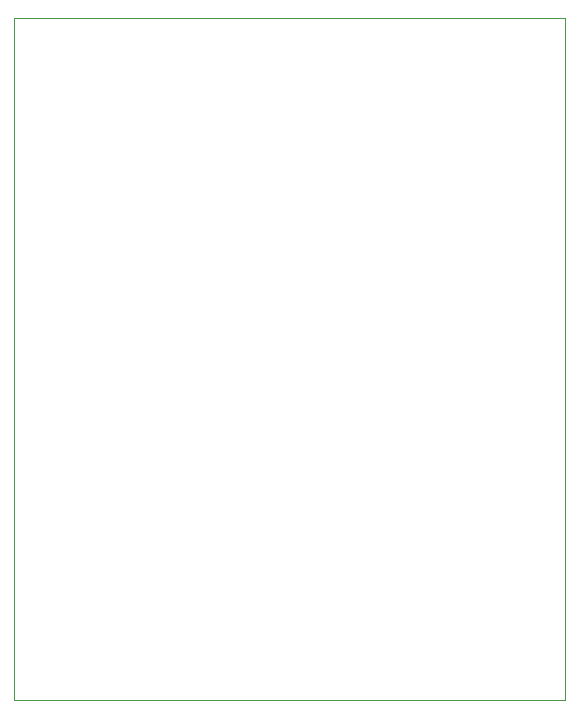
<source format=gbr>
%TF.GenerationSoftware,KiCad,Pcbnew,(6.0.6)*%
%TF.CreationDate,2022-12-02T12:37:59-05:00*%
%TF.ProjectId,SplitRail DC Power Supply,53706c69-7452-4616-996c-20444320506f,rev?*%
%TF.SameCoordinates,Original*%
%TF.FileFunction,Profile,NP*%
%FSLAX46Y46*%
G04 Gerber Fmt 4.6, Leading zero omitted, Abs format (unit mm)*
G04 Created by KiCad (PCBNEW (6.0.6)) date 2022-12-02 12:37:59*
%MOMM*%
%LPD*%
G01*
G04 APERTURE LIST*
%TA.AperFunction,Profile*%
%ADD10C,0.100000*%
%TD*%
G04 APERTURE END LIST*
D10*
X36169600Y-30784800D02*
X82804000Y-30784800D01*
X82804000Y-30784800D02*
X82804000Y-88595200D01*
X82804000Y-88595200D02*
X36169600Y-88595200D01*
X36169600Y-88595200D02*
X36169600Y-30784800D01*
M02*

</source>
